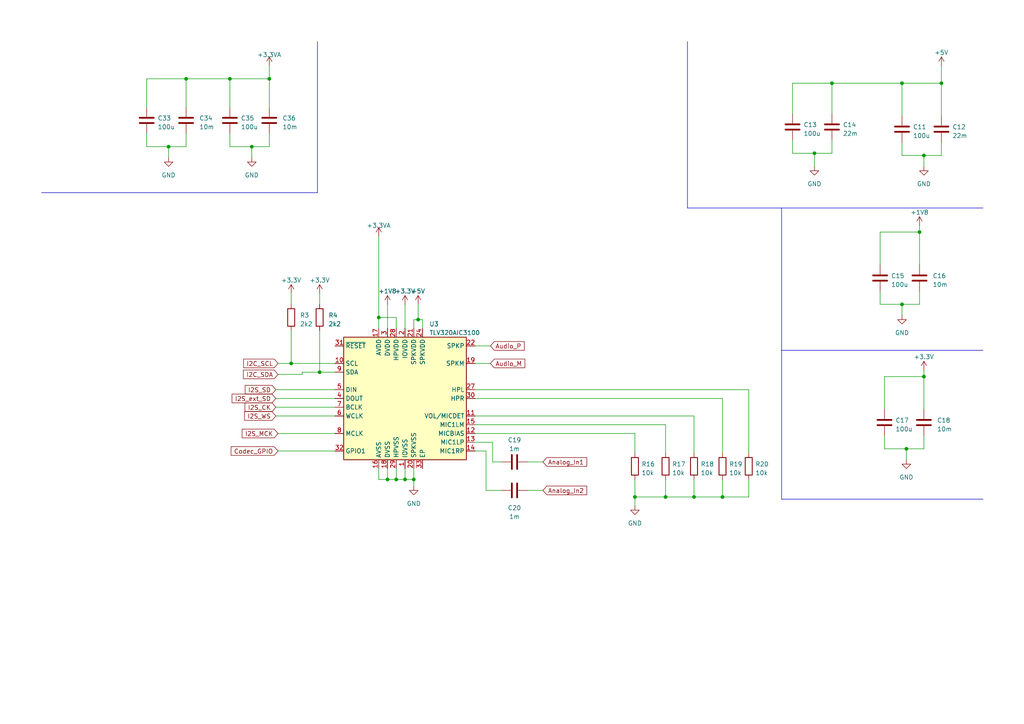
<source format=kicad_sch>
(kicad_sch (version 20230121) (generator eeschema)
  (paper "A4")
  (title_block (title "Effects Paddle") (date "2023-07-01") (rev "0.1") (company "Selbstständig"))
  (lib_symbols
    (symbol "Audio:TLV320AIC3100"
      (property "Reference" "U" (at -15.24 20.32 0))
      (property "Value" "TLV320AIC3100" (at 0 0 0))
      (symbol "TLV320AIC3100_0_1"
        (rectangle (start -17.78 17.78) (end 17.78 -17.78) (stroke (width 0.254)) (fill (type background)))
      )
      (symbol "TLV320AIC3100_1_1"
        (pin power_in line (at 0 -20.32 90) (length 2.54) (name "IOVSS") (number "1"))
        (pin input line (at -20.32 10.16 0) (length 2.54) (name "SCL") (number "10"))
        (pin input line (at 20.32 -5.08 180) (length 2.54) (name "VOL/MICDET") (number "11"))
        (pin power_out line (at 20.32 -10.16 180) (length 2.54) (name "MICBIAS") (number "12"))
        (pin input line (at 20.32 -12.7 180) (length 2.54) (name "MIC1LP") (number "13"))
        (pin input line (at 20.32 -15.24 180) (length 2.54) (name "MIC1RP") (number "14"))
        (pin input line (at 20.32 -7.62 180) (length 2.54) (name "MIC1LM") (number "15"))
        (pin power_in line (at -7.62 -20.32 90) (length 2.54) (name "AVSS") (number "16"))
        (pin power_in line (at -7.62 20.32 270) (length 2.54) (name "AVDD") (number "17"))
        (pin power_in line (at -5.08 -20.32 90) (length 2.54) (name "DVSS") (number "18"))
        (pin output line (at 20.32 10.16 180) (length 2.54) (name "SPKM") (number "19"))
        (pin power_in line (at 0 20.32 270) (length 2.54) (name "IOVDD") (number "2"))
        (pin power_in line (at 2.54 -20.32 90) (length 2.54) (name "SPKVSS") (number "20"))
        (pin power_in line (at 2.54 20.32 270) (length 2.54) (name "SPKVDD") (number "21"))
        (pin output line (at 20.32 15.24 180) (length 2.54) (name "SPKP") (number "22"))
        (pin passive line (at 20.32 10.16 180) (length 2.54) hide (name "SPKM") (number "23"))
        (pin power_in line (at 5.08 20.32 270) (length 2.54) (name "SPKVDD") (number "24"))
        (pin passive line (at 2.54 -20.32 90) (length 2.54) hide (name "SPKVSS") (number "25"))
        (pin passive line (at 20.32 15.24 180) (length 2.54) hide (name "SPKP") (number "26"))
        (pin output line (at 20.32 2.54 180) (length 2.54) (name "HPL") (number "27"))
        (pin power_in line (at -2.54 20.32 270) (length 2.54) (name "HPVDD") (number "28"))
        (pin power_in line (at -2.54 -20.32 90) (length 2.54) (name "HPVSS") (number "29"))
        (pin power_in line (at -5.08 20.32 270) (length 2.54) (name "DVDD") (number "3"))
        (pin output line (at 20.32 0 180) (length 2.54) (name "HPR") (number "30"))
        (pin input line (at -20.32 15.24 0) (length 2.54) (name "~{RESET}") (number "31"))
        (pin bidirectional line (at -20.32 -15.24 0) (length 2.54) (name "GPIO1") (number "32"))
        (pin power_in line (at 5.08 -20.32 90) (length 2.54) (name "EP") (number "33"))
        (pin output line (at -20.32 0 0) (length 2.54) (name "DOUT") (number "4"))
        (pin input line (at -20.32 2.54 0) (length 2.54) (name "DIN") (number "5"))
        (pin bidirectional line (at -20.32 -5.08 0) (length 2.54) (name "WCLK") (number "6"))
        (pin bidirectional line (at -20.32 -2.54 0) (length 2.54) (name "BCLK") (number "7"))
        (pin input line (at -20.32 -10.16 0) (length 2.54) (name "MCLK") (number "8"))
        (pin bidirectional line (at -20.32 7.62 0) (length 2.54) (name "SDA") (number "9"))
      )
    )
    (symbol "Device:C" (pin_numbers hide) (pin_names (offset 0.254))
      (property "Reference" "C" (at 0.635 2.54 0))
      (property "Value" "C" (at 0.635 -2.54 0))
      (symbol "C_0_1"
        (polyline (pts (xy -2.032 -0.762) (xy 2.032 -0.762)) (stroke (width 0.508)))
        (polyline (pts (xy -2.032 0.762) (xy 2.032 0.762)) (stroke (width 0.508)))
      )
      (symbol "C_1_1"
        (pin passive line (at 0 3.81 270) (length 2.794) (name "~") (number "1"))
        (pin passive line (at 0 -3.81 90) (length 2.794) (name "~") (number "2"))
      )
    )
    (symbol "Device:R" (pin_numbers hide) (pin_names (offset 0))
      (property "Reference" "R" (at 2.032 0 90))
      (property "Value" "R" (at 0 0 90))
      (symbol "R_0_1"
        (rectangle (start -1.016 -2.54) (end 1.016 2.54) (stroke (width 0.254)))
      )
      (symbol "R_1_1"
        (pin passive line (at 0 3.81 270) (length 1.27) (name "~") (number "1"))
        (pin passive line (at 0 -3.81 90) (length 1.27) (name "~") (number "2"))
      )
    )
    (symbol "power:+1V8" (power) (pin_names (offset 0))
      (property "Value" "+1V8" (at 0 3.556 0))
      (symbol "+1V8_0_1"
        (polyline (pts (xy -0.762 1.27) (xy 0 2.54)))
        (polyline (pts (xy 0 0) (xy 0 2.54)))
        (polyline (pts (xy 0 2.54) (xy 0.762 1.27)))
      )
      (symbol "+1V8_1_1"
        (pin power_in line (at 0 0 90) (length 0) hide (name "+1V8") (number "1"))
      )
    )
    (symbol "power:+3.3V" (power) (pin_names (offset 0))
      (property "Value" "+3.3V" (at 0 3.556 0))
      (symbol "+3.3V_0_1"
        (polyline (pts (xy -0.762 1.27) (xy 0 2.54)))
        (polyline (pts (xy 0 0) (xy 0 2.54)))
        (polyline (pts (xy 0 2.54) (xy 0.762 1.27)))
      )
      (symbol "+3.3V_1_1"
        (pin power_in line (at 0 0 90) (length 0) hide (name "+3.3V") (number "1"))
      )
    )
    (symbol "power:+3.3VA" (power) (pin_names (offset 0))
      (property "Value" "+3.3VA" (at 0 3.556 0))
      (symbol "+3.3VA_0_1"
        (polyline (pts (xy -0.762 1.27) (xy 0 2.54)))
        (polyline (pts (xy 0 0) (xy 0 2.54)))
        (polyline (pts (xy 0 2.54) (xy 0.762 1.27)))
      )
      (symbol "+3.3VA_1_1"
        (pin power_in line (at 0 0 90) (length 0) hide (name "+3.3VA") (number "1"))
      )
    )
    (symbol "power:+5V" (power) (pin_names (offset 0))
      (property "Value" "+5V" (at 0 3.556 0))
      (symbol "+5V_0_1"
        (polyline (pts (xy -0.762 1.27) (xy 0 2.54)))
        (polyline (pts (xy 0 0) (xy 0 2.54)))
        (polyline (pts (xy 0 2.54) (xy 0.762 1.27)))
      )
      (symbol "+5V_1_1"
        (pin power_in line (at 0 0 90) (length 0) hide (name "+5V") (number "1"))
      )
    )
    (symbol "power:GND" (power) (pin_names (offset 0))
      (property "Value" "GND" (at 0 -3.81 0))
      (symbol "GND_0_1"
        (polyline (pts (xy 0 0) (xy 0 -1.27) (xy 1.27 -1.27) (xy 0 -2.54) (xy -1.27 -1.27) (xy 0 -1.27)))
      )
      (symbol "GND_1_1"
        (pin power_in line (at 0 0 270) (length 0) hide (name "GND") (number "1"))
      )
    )
  )
  (junction (at 112.395 139.065))
  (junction (at 84.455 105.41))
  (junction (at 262.89 130.175))
  (junction (at 236.22 44.45))
  (junction (at 241.3 24.13))
  (junction (at 266.7 67.31))
  (junction (at 53.975 22.86))
  (junction (at 73.025 42.545))
  (junction (at 184.15 144.145))
  (junction (at 66.675 22.86))
  (junction (at 114.935 139.065))
  (junction (at 261.62 88.265))
  (junction (at 201.295 144.145))
  (junction (at 273.05 24.13))
  (junction (at 48.895 42.545))
  (junction (at 267.97 45.085))
  (junction (at 121.285 92.71))
  (junction (at 209.55 144.145))
  (junction (at 92.71 107.95))
  (junction (at 193.04 144.145))
  (junction (at 120.015 139.065))
  (junction (at 117.475 139.065))
  (junction (at 267.97 109.22))
  (junction (at 261.62 24.13))
  (junction (at 109.855 92.075))
  (junction (at 78.105 22.86))
  (wire (pts (xy 120.015 139.065) (xy 120.015 140.97)))
  (wire (pts (xy 120.015 135.89) (xy 120.015 139.065)))
  (wire (pts (xy 109.855 92.075) (xy 114.935 92.075)))
  (wire (pts (xy 120.015 92.71) (xy 121.285 92.71)))
  (wire (pts (xy 142.875 133.985) (xy 142.875 128.27)))
  (wire (pts (xy 117.475 88.265) (xy 117.475 95.25)))
  (wire (pts (xy 266.7 67.31) (xy 266.7 76.835)))
  (wire (pts (xy 109.855 135.89) (xy 109.855 139.065)))
  (wire (pts (xy 137.795 105.41) (xy 142.24 105.41)))
  (wire (pts (xy 80.645 105.41) (xy 84.455 105.41)))
  (wire (pts (xy 236.22 44.45) (xy 241.3 44.45)))
  (wire (pts (xy 137.795 120.65) (xy 201.295 120.65)))
  (wire (pts (xy 80.01 118.11) (xy 97.155 118.11)))
  (wire (pts (xy 184.15 139.065) (xy 184.15 144.145)))
  (wire (pts (xy 266.7 84.455) (xy 266.7 88.265)))
  (wire (pts (xy 121.285 92.71) (xy 122.555 92.71)))
  (wire (pts (xy 78.105 22.86) (xy 78.105 31.115)))
  (wire (pts (xy 80.01 120.65) (xy 97.155 120.65)))
  (wire (pts (xy 267.97 126.365) (xy 267.97 130.175)))
  (wire (pts (xy 229.87 24.13) (xy 229.87 33.02)))
  (wire (pts (xy 137.795 123.19) (xy 193.04 123.19)))
  (wire (pts (xy 114.935 139.065) (xy 117.475 139.065)))
  (wire (pts (xy 256.54 130.175) (xy 262.89 130.175)))
  (wire (pts (xy 140.97 142.24) (xy 140.97 130.81)))
  (wire (pts (xy 84.455 85.09) (xy 84.455 88.265)))
  (wire (pts (xy 112.395 88.265) (xy 112.395 95.25)))
  (wire (pts (xy 80.645 125.73) (xy 97.155 125.73)))
  (wire (pts (xy 267.97 45.085) (xy 273.05 45.085)))
  (wire (pts (xy 114.935 95.25) (xy 114.935 92.075)))
  (wire (pts (xy 184.15 125.73) (xy 184.15 131.445)))
  (wire (pts (xy 137.795 125.73) (xy 184.15 125.73)))
  (wire (pts (xy 209.55 144.145) (xy 201.295 144.145)))
  (wire (pts (xy 241.3 24.13) (xy 241.3 33.02)))
  (wire (pts (xy 121.285 88.265) (xy 121.285 92.71)))
  (wire (pts (xy 53.975 38.735) (xy 53.975 42.545)))
  (wire (pts (xy 109.855 68.58) (xy 109.855 92.075)))
  (wire (pts (xy 109.855 92.075) (xy 109.855 95.25)))
  (polyline (pts (xy 199.39 12.065) (xy 199.39 60.325)))
  (wire (pts (xy 117.475 135.89) (xy 117.475 139.065)))
  (wire (pts (xy 122.555 92.71) (xy 122.555 95.25)))
  (wire (pts (xy 241.3 40.64) (xy 241.3 44.45)))
  (wire (pts (xy 84.455 95.885) (xy 84.455 105.41)))
  (wire (pts (xy 87.63 107.95) (xy 87.63 108.585)))
  (wire (pts (xy 145.415 142.24) (xy 140.97 142.24)))
  (wire (pts (xy 261.62 88.265) (xy 266.7 88.265)))
  (wire (pts (xy 42.545 22.86) (xy 42.545 31.115)))
  (wire (pts (xy 261.62 88.265) (xy 261.62 91.44)))
  (wire (pts (xy 201.295 139.065) (xy 201.295 144.145)))
  (wire (pts (xy 112.395 139.065) (xy 114.935 139.065)))
  (wire (pts (xy 112.395 135.89) (xy 112.395 139.065)))
  (wire (pts (xy 80.01 113.03) (xy 97.155 113.03)))
  (wire (pts (xy 142.875 128.27) (xy 137.795 128.27)))
  (wire (pts (xy 42.545 38.735) (xy 42.545 42.545)))
  (wire (pts (xy 267.97 109.22) (xy 267.97 118.745)))
  (wire (pts (xy 48.895 42.545) (xy 53.975 42.545)))
  (wire (pts (xy 217.17 139.065) (xy 217.17 144.145)))
  (wire (pts (xy 261.62 24.13) (xy 261.62 33.655)))
  (wire (pts (xy 255.27 67.31) (xy 266.7 67.31)))
  (wire (pts (xy 193.04 123.19) (xy 193.04 131.445)))
  (wire (pts (xy 80.645 130.81) (xy 97.155 130.81)))
  (polyline (pts (xy 199.39 60.325) (xy 285.115 60.325)))
  (wire (pts (xy 137.795 100.33) (xy 142.24 100.33)))
  (wire (pts (xy 109.855 139.065) (xy 112.395 139.065)))
  (wire (pts (xy 241.3 24.13) (xy 261.62 24.13)))
  (wire (pts (xy 48.895 42.545) (xy 48.895 45.72)))
  (wire (pts (xy 261.62 24.13) (xy 273.05 24.13)))
  (wire (pts (xy 209.55 115.57) (xy 209.55 131.445)))
  (polyline (pts (xy 226.695 101.6) (xy 226.695 144.78)))
  (wire (pts (xy 66.675 22.86) (xy 66.675 31.115)))
  (wire (pts (xy 236.22 44.45) (xy 236.22 48.26)))
  (wire (pts (xy 66.675 22.86) (xy 78.105 22.86)))
  (wire (pts (xy 78.105 38.735) (xy 78.105 42.545)))
  (wire (pts (xy 42.545 42.545) (xy 48.895 42.545)))
  (wire (pts (xy 267.97 107.315) (xy 267.97 109.22)))
  (wire (pts (xy 262.89 130.175) (xy 267.97 130.175)))
  (wire (pts (xy 266.7 65.405) (xy 266.7 67.31)))
  (wire (pts (xy 255.27 84.455) (xy 255.27 88.265)))
  (wire (pts (xy 261.62 41.275) (xy 261.62 45.085)))
  (wire (pts (xy 66.675 42.545) (xy 73.025 42.545)))
  (polyline (pts (xy 92.075 12.065) (xy 92.075 55.88)))
  (wire (pts (xy 137.795 115.57) (xy 209.55 115.57)))
  (wire (pts (xy 201.295 144.145) (xy 193.04 144.145)))
  (wire (pts (xy 256.54 126.365) (xy 256.54 130.175)))
  (wire (pts (xy 92.71 107.95) (xy 87.63 107.95)))
  (wire (pts (xy 209.55 139.065) (xy 209.55 144.145)))
  (wire (pts (xy 92.71 85.09) (xy 92.71 88.265)))
  (wire (pts (xy 229.87 40.64) (xy 229.87 44.45)))
  (wire (pts (xy 120.015 95.25) (xy 120.015 92.71)))
  (wire (pts (xy 78.105 19.05) (xy 78.105 22.86)))
  (wire (pts (xy 273.05 41.275) (xy 273.05 45.085)))
  (wire (pts (xy 140.97 130.81) (xy 137.795 130.81)))
  (wire (pts (xy 255.27 67.31) (xy 255.27 76.835)))
  (wire (pts (xy 142.875 133.985) (xy 145.415 133.985)))
  (wire (pts (xy 153.035 133.985) (xy 157.48 133.985)))
  (wire (pts (xy 114.935 135.89) (xy 114.935 139.065)))
  (wire (pts (xy 53.975 22.86) (xy 53.975 31.115)))
  (wire (pts (xy 217.17 144.145) (xy 209.55 144.145)))
  (polyline (pts (xy 226.695 101.6) (xy 285.115 101.6)))
  (wire (pts (xy 66.675 38.735) (xy 66.675 42.545)))
  (wire (pts (xy 117.475 139.065) (xy 120.015 139.065)))
  (wire (pts (xy 256.54 109.22) (xy 256.54 118.745)))
  (wire (pts (xy 73.025 42.545) (xy 73.025 45.72)))
  (polyline (pts (xy 226.695 60.325) (xy 226.695 101.6)))
  (wire (pts (xy 217.17 113.03) (xy 217.17 131.445)))
  (wire (pts (xy 92.71 95.885) (xy 92.71 107.95)))
  (polyline (pts (xy 12.065 55.88) (xy 92.075 55.88)))
  (wire (pts (xy 153.035 142.24) (xy 157.48 142.24)))
  (wire (pts (xy 42.545 22.86) (xy 53.975 22.86)))
  (wire (pts (xy 97.155 107.95) (xy 92.71 107.95)))
  (wire (pts (xy 87.63 108.585) (xy 80.645 108.585)))
  (wire (pts (xy 273.05 19.05) (xy 273.05 24.13)))
  (wire (pts (xy 73.025 42.545) (xy 78.105 42.545)))
  (wire (pts (xy 273.05 24.13) (xy 273.05 33.655)))
  (polyline (pts (xy 226.695 144.78) (xy 285.115 144.78)))
  (wire (pts (xy 80.01 115.57) (xy 97.155 115.57)))
  (wire (pts (xy 256.54 109.22) (xy 267.97 109.22)))
  (wire (pts (xy 261.62 45.085) (xy 267.97 45.085)))
  (wire (pts (xy 193.04 139.065) (xy 193.04 144.145)))
  (wire (pts (xy 137.795 113.03) (xy 217.17 113.03)))
  (wire (pts (xy 267.97 45.085) (xy 267.97 48.26)))
  (wire (pts (xy 184.15 144.145) (xy 184.15 146.685)))
  (wire (pts (xy 53.975 22.86) (xy 66.675 22.86)))
  (wire (pts (xy 229.87 44.45) (xy 236.22 44.45)))
  (wire (pts (xy 193.04 144.145) (xy 184.15 144.145)))
  (wire (pts (xy 84.455 105.41) (xy 97.155 105.41)))
  (wire (pts (xy 255.27 88.265) (xy 261.62 88.265)))
  (wire (pts (xy 201.295 120.65) (xy 201.295 131.445)))
  (wire (pts (xy 262.89 130.175) (xy 262.89 133.35)))
  (wire (pts (xy 229.87 24.13) (xy 241.3 24.13)))
  (global_label "I2C_SCL" (shape input) (at 80.645 105.41 180) (property "Intersheetrefs" "${INTERSHEET_REFS}" (effects hide)))
  (global_label "Audio_P" (shape input) (at 142.24 100.33 0) (property "Intersheetrefs" "${INTERSHEET_REFS}" (effects hide)))
  (global_label "I2S_ext_SD" (shape input) (at 80.01 115.57 180) (property "Intersheetrefs" "${INTERSHEET_REFS}" (effects hide)))
  (global_label "Analog_In1" (shape input) (at 157.48 133.985 0) (property "Intersheetrefs" "${INTERSHEET_REFS}" (effects hide)))
  (global_label "I2S_WS" (shape input) (at 80.01 120.65 180) (property "Intersheetrefs" "${INTERSHEET_REFS}" (effects hide)))
  (global_label "I2S_MCK" (shape input) (at 80.645 125.73 180) (property "Intersheetrefs" "${INTERSHEET_REFS}" (effects hide)))
  (global_label "Analog_In2" (shape input) (at 157.48 142.24 0) (property "Intersheetrefs" "${INTERSHEET_REFS}" (effects hide)))
  (global_label "I2C_SDA" (shape input) (at 80.645 108.585 180) (property "Intersheetrefs" "${INTERSHEET_REFS}" (effects hide)))
  (global_label "I2S_CK" (shape input) (at 80.01 118.11 180) (property "Intersheetrefs" "${INTERSHEET_REFS}" (effects hide)))
  (global_label "I2S_SD" (shape input) (at 80.01 113.03 180) (property "Intersheetrefs" "${INTERSHEET_REFS}" (effects hide)))
  (global_label "Codec_GPIO" (shape input) (at 80.645 130.81 180) (property "Intersheetrefs" "${INTERSHEET_REFS}" (effects hide)))
  (global_label "Audio_M" (shape input) (at 142.24 105.41 0) (property "Intersheetrefs" "${INTERSHEET_REFS}" (effects hide)))
  (symbol (lib_id "Device:C") (at 149.225 142.24 90) (unit 1)
    (property "Reference" "C20" (at 149.225 147.32 90))
    (property "Value" "1m" (at 149.225 149.86 90))
    (property "Footprint" "Capacitor_SMD:C_1206_3216Metric" (effects hide))
  )
  (symbol (lib_id "power:GND") (at 236.22 48.26 0) (unit 1)
    (property "Reference" "#PWR07" (effects hide))
    (property "Value" "GND" (at 236.22 53.34 0))
    (instances (project "EffectsPaddleBoard" (path "" (reference "#PWR07") (unit 1)) (path "" (reference "#PWR021") (unit 1))))
  )
  (symbol (lib_id "Device:R") (at 193.04 135.255 0) (unit 1)
    (property "Reference" "R17" (at 194.945 134.62 0) (effects (justify left)))
    (property "Value" "10k" (at 194.945 137.16 0) (effects (justify left)))
    (property "Footprint" "Resistor_SMD:R_0402_1005Metric" (effects hide))
  )
  (symbol (lib_id "Device:C") (at 66.675 34.925 0) (unit 1)
    (property "Reference" "C35" (at 69.85 34.29 0) (effects (justify left)))
    (property "Value" "100u" (at 69.85 36.83 0) (effects (justify left)))
    (property "Footprint" "Capacitor_SMD:C_1206_3216Metric" (effects hide))
  )
  (symbol (lib_id "power:GND") (at 267.97 48.26 0) (unit 1)
    (property "Reference" "#PWR07" (effects hide))
    (property "Value" "GND" (at 267.97 53.34 0))
    (instances (project "EffectsPaddleBoard" (path "" (reference "#PWR07") (unit 1)) (path "" (reference "#PWR022") (unit 1))))
  )
  (symbol (lib_id "Device:R") (at 217.17 135.255 0) (unit 1)
    (property "Reference" "R20" (at 219.075 134.62 0) (effects (justify left)))
    (property "Value" "10k" (at 219.075 137.16 0) (effects (justify left)))
    (property "Footprint" "Resistor_SMD:R_0402_1005Metric" (effects hide))
  )
  (symbol (lib_id "Audio:TLV320AIC3100") (at 117.475 115.57 0) (unit 1)
    (property "Reference" "U3" (at 124.5109 93.98 0) (effects (justify left)))
    (property "Value" "TLV320AIC3100" (at 124.5109 96.52 0) (effects (justify left)))
    (property "Footprint" "Package_DFN_QFN:VQFN-32-1EP_5x5mm_P0.5mm_EP3.5x3.5mm" (effects hide))
    (property "Datasheet" "http://www.ti.com/lit/ds/symlink/tlv320aic3100.pdf" (effects hide))
    (property "Sim.Enable" "0" (effects hide))
  )
  (symbol (lib_id "Device:C") (at 261.62 37.465 0) (unit 1)
    (property "Reference" "C11" (at 264.795 36.83 0) (effects (justify left)))
    (property "Value" "100u" (at 264.795 39.37 0) (effects (justify left)))
    (property "Footprint" "Capacitor_SMD:C_0402_1005Metric" (effects hide))
  )
  (symbol (lib_id "power:+3.3V") (at 84.455 85.09 0) (unit 1)
    (property "Reference" "#PWR04" (effects hide))
    (property "Value" "+3.3V" (at 84.455 81.28 0))
    (instances (project "EffectsPaddleBoard" (path "" (reference "#PWR04") (unit 1)) (path "" (reference "#PWR018") (unit 1))))
  )
  (symbol (lib_id "power:GND") (at 120.015 140.97 0) (unit 1)
    (property "Reference" "#PWR07" (effects hide))
    (property "Value" "GND" (at 120.015 146.05 0))
    (instances (project "EffectsPaddleBoard" (path "" (reference "#PWR07") (unit 1)) (path "" (reference "#PWR020") (unit 1))))
  )
  (symbol (lib_id "Device:C") (at 267.97 122.555 0) (unit 1)
    (property "Reference" "C18" (at 271.78 121.92 0) (effects (justify left)))
    (property "Value" "10m" (at 271.78 124.46 0) (effects (justify left)))
    (property "Footprint" "Capacitor_SMD:C_1206_3216Metric" (effects hide))
  )
  (symbol (lib_id "power:+3.3VA") (at 109.855 68.58 0) (unit 1)
    (property "Reference" "#PWR033" (effects hide))
    (property "Value" "+3.3VA" (at 109.855 65.405 0))
    (instances (project "EffectsPaddleBoard" (path "" (reference "#PWR033") (unit 1)) (path "" (reference "#PWR036") (unit 1))))
  )
  (symbol (lib_id "power:GND") (at 184.15 146.685 0) (unit 1)
    (property "Reference" "#PWR07" (effects hide))
    (property "Value" "GND" (at 184.15 151.765 0))
    (instances (project "EffectsPaddleBoard" (path "" (reference "#PWR07") (unit 1)) (path "" (reference "#PWR049") (unit 1))))
  )
  (symbol (lib_id "Device:R") (at 84.455 92.075 0) (unit 1)
    (property "Reference" "R3" (at 86.995 91.44 0) (effects (justify left)))
    (property "Value" "2k2" (at 86.995 93.98 0) (effects (justify left)))
    (property "Footprint" "Resistor_SMD:R_0402_1005Metric" (effects hide))
  )
  (symbol (lib_id "Device:C") (at 229.87 36.83 0) (unit 1)
    (property "Reference" "C13" (at 233.045 36.195 0) (effects (justify left)))
    (property "Value" "100u" (at 233.045 38.735 0) (effects (justify left)))
    (property "Footprint" "Capacitor_SMD:C_1206_3216Metric" (effects hide))
  )
  (symbol (lib_id "Device:R") (at 201.295 135.255 0) (unit 1)
    (property "Reference" "R18" (at 203.2 134.62 0) (effects (justify left)))
    (property "Value" "10k" (at 203.2 137.16 0) (effects (justify left)))
    (property "Footprint" "Resistor_SMD:R_0402_1005Metric" (effects hide))
  )
  (symbol (lib_id "power:+5V") (at 121.285 88.265 0) (unit 1)
    (property "Reference" "#PWR023" (effects hide))
    (property "Value" "+5V" (at 121.285 84.455 0))
    (instances (project "EffectsPaddleBoard" (path "" (reference "#PWR023") (unit 1)) (path "" (reference "#PWR082") (unit 1))))
  )
  (symbol (lib_id "power:+1V8") (at 266.7 65.405 0) (unit 1)
    (property "Reference" "#PWR053" (effects hide))
    (property "Value" "+1V8" (at 266.7 61.595 0))
    (instances (project "EffectsPaddleBoard" (path "" (reference "#PWR053") (unit 1)) (path "" (reference "#PWR054") (unit 1))))
  )
  (symbol (lib_id "Device:R") (at 184.15 135.255 0) (unit 1)
    (property "Reference" "R16" (at 186.055 134.62 0) (effects (justify left)))
    (property "Value" "10k" (at 186.055 137.16 0) (effects (justify left)))
    (property "Footprint" "Resistor_SMD:R_0402_1005Metric" (effects hide))
  )
  (symbol (lib_id "Device:C") (at 255.27 80.645 0) (unit 1)
    (property "Reference" "C15" (at 258.445 80.01 0) (effects (justify left)))
    (property "Value" "100u" (at 258.445 82.55 0) (effects (justify left)))
    (property "Footprint" "Capacitor_SMD:C_1206_3216Metric" (effects hide))
  )
  (symbol (lib_id "power:+3.3V") (at 92.71 85.09 0) (unit 1)
    (property "Reference" "#PWR04" (effects hide))
    (property "Value" "+3.3V" (at 92.71 81.28 0))
    (instances (project "EffectsPaddleBoard" (path "" (reference "#PWR04") (unit 1)) (path "" (reference "#PWR019") (unit 1))))
  )
  (symbol (lib_id "Device:C") (at 78.105 34.925 0) (unit 1)
    (property "Reference" "C36" (at 81.915 34.29 0) (effects (justify left)))
    (property "Value" "10m" (at 81.915 36.83 0) (effects (justify left)))
    (property "Footprint" "Capacitor_SMD:C_1206_3216Metric" (effects hide))
  )
  (symbol (lib_id "Device:C") (at 241.3 36.83 0) (unit 1)
    (property "Reference" "C14" (at 244.475 36.195 0) (effects (justify left)))
    (property "Value" "22m" (at 244.475 38.735 0) (effects (justify left)))
    (property "Footprint" "Capacitor_SMD:C_1206_3216Metric" (effects hide))
  )
  (symbol (lib_id "Device:R") (at 209.55 135.255 0) (unit 1)
    (property "Reference" "R19" (at 211.455 134.62 0) (effects (justify left)))
    (property "Value" "10k" (at 211.455 137.16 0) (effects (justify left)))
    (property "Footprint" "Resistor_SMD:R_0402_1005Metric" (effects hide))
  )
  (symbol (lib_id "Device:C") (at 149.225 133.985 90) (unit 1)
    (property "Reference" "C19" (at 149.225 127.635 90))
    (property "Value" "1m" (at 149.225 130.175 90))
    (property "Footprint" "Capacitor_SMD:C_1206_3216Metric" (effects hide))
  )
  (symbol (lib_id "power:+3.3V") (at 267.97 107.315 0) (unit 1)
    (property "Reference" "#PWR04" (effects hide))
    (property "Value" "+3.3V" (at 267.97 103.505 0))
    (instances (project "EffectsPaddleBoard" (path "" (reference "#PWR04") (unit 1)) (path "" (reference "#PWR050") (unit 1))))
  )
  (symbol (lib_id "power:+1V8") (at 112.395 88.265 0) (unit 1)
    (property "Reference" "#PWR053" (effects hide))
    (property "Value" "+1V8" (at 112.395 84.455 0))
    (instances (project "EffectsPaddleBoard" (path "" (reference "#PWR053") (unit 1)) (path "" (reference "#PWR081") (unit 1))))
  )
  (symbol (lib_id "power:GND") (at 73.025 45.72 0) (unit 1)
    (property "Reference" "#PWR07" (effects hide))
    (property "Value" "GND" (at 73.025 50.8 0))
    (instances (project "EffectsPaddleBoard" (path "" (reference "#PWR07") (unit 1)) (path "" (reference "#PWR039") (unit 1))))
  )
  (symbol (lib_id "power:+3.3VA") (at 78.105 19.05 0) (unit 1)
    (property "Reference" "#PWR033" (effects hide))
    (property "Value" "+3.3VA" (at 78.105 15.875 0))
    (instances (project "EffectsPaddleBoard" (path "" (reference "#PWR033") (unit 1)) (path "" (reference "#PWR083") (unit 1))))
  )
  (symbol (lib_id "power:GND") (at 48.895 45.72 0) (unit 1)
    (property "Reference" "#PWR07" (effects hide))
    (property "Value" "GND" (at 48.895 50.8 0))
    (instances (project "EffectsPaddleBoard" (path "" (reference "#PWR07") (unit 1)) (path "" (reference "#PWR038") (unit 1))))
  )
  (symbol (lib_id "Device:C") (at 266.7 80.645 0) (unit 1)
    (property "Reference" "C16" (at 270.51 80.01 0) (effects (justify left)))
    (property "Value" "10m" (at 270.51 82.55 0) (effects (justify left)))
    (property "Footprint" "Capacitor_SMD:C_1206_3216Metric" (effects hide))
  )
  (symbol (lib_id "power:+5V") (at 273.05 19.05 0) (unit 1)
    (property "Reference" "#PWR023" (effects hide))
    (property "Value" "+5V" (at 273.05 15.24 0))
    (instances (project "EffectsPaddleBoard" (path "" (reference "#PWR023") (unit 1)) (path "" (reference "#PWR037") (unit 1))))
  )
  (symbol (lib_id "Device:C") (at 273.05 37.465 0) (unit 1)
    (property "Reference" "C12" (at 276.225 36.83 0) (effects (justify left)))
    (property "Value" "22m" (at 276.225 39.37 0) (effects (justify left)))
    (property "Footprint" "Capacitor_SMD:C_1206_3216Metric" (effects hide))
  )
  (symbol (lib_id "power:GND") (at 261.62 91.44 0) (unit 1)
    (property "Reference" "#PWR07" (effects hide))
    (property "Value" "GND" (at 261.62 96.52 0))
    (instances (project "EffectsPaddleBoard" (path "" (reference "#PWR07") (unit 1)) (path "" (reference "#PWR024") (unit 1))))
  )
  (symbol (lib_id "power:+3.3V") (at 117.475 88.265 0) (unit 1)
    (property "Reference" "#PWR04" (effects hide))
    (property "Value" "+3.3V" (at 117.475 84.455 0))
    (instances (project "EffectsPaddleBoard" (path "" (reference "#PWR04") (unit 1)) (path "" (reference "#PWR080") (unit 1))))
  )
  (symbol (lib_id "Device:C") (at 53.975 34.925 0) (unit 1)
    (property "Reference" "C34" (at 57.785 34.29 0) (effects (justify left)))
    (property "Value" "10m" (at 57.785 36.83 0) (effects (justify left)))
    (property "Footprint" "Capacitor_SMD:C_1206_3216Metric" (effects hide))
  )
  (symbol (lib_id "Device:C") (at 256.54 122.555 0) (unit 1)
    (property "Reference" "C17" (at 259.715 121.92 0) (effects (justify left)))
    (property "Value" "100u" (at 259.715 124.46 0) (effects (justify left)))
    (property "Footprint" "Capacitor_SMD:C_1206_3216Metric" (effects hide))
  )
  (symbol (lib_id "Device:R") (at 92.71 92.075 0) (unit 1)
    (property "Reference" "R4" (at 95.25 91.44 0) (effects (justify left)))
    (property "Value" "2k2" (at 95.25 93.98 0) (effects (justify left)))
    (property "Footprint" "Resistor_SMD:R_0402_1005Metric" (effects hide))
  )
  (symbol (lib_id "power:GND") (at 262.89 133.35 0) (unit 1)
    (property "Reference" "#PWR07" (effects hide))
    (property "Value" "GND" (at 262.89 138.43 0))
    (instances (project "EffectsPaddleBoard" (path "" (reference "#PWR07") (unit 1)) (path "" (reference "#PWR025") (unit 1))))
  )
  (symbol (lib_id "Device:C") (at 42.545 34.925 0) (unit 1)
    (property "Reference" "C33" (at 45.72 34.29 0) (effects (justify left)))
    (property "Value" "100u" (at 45.72 36.83 0) (effects (justify left)))
    (property "Footprint" "Capacitor_SMD:C_1206_3216Metric" (effects hide))
  )
)
</source>
